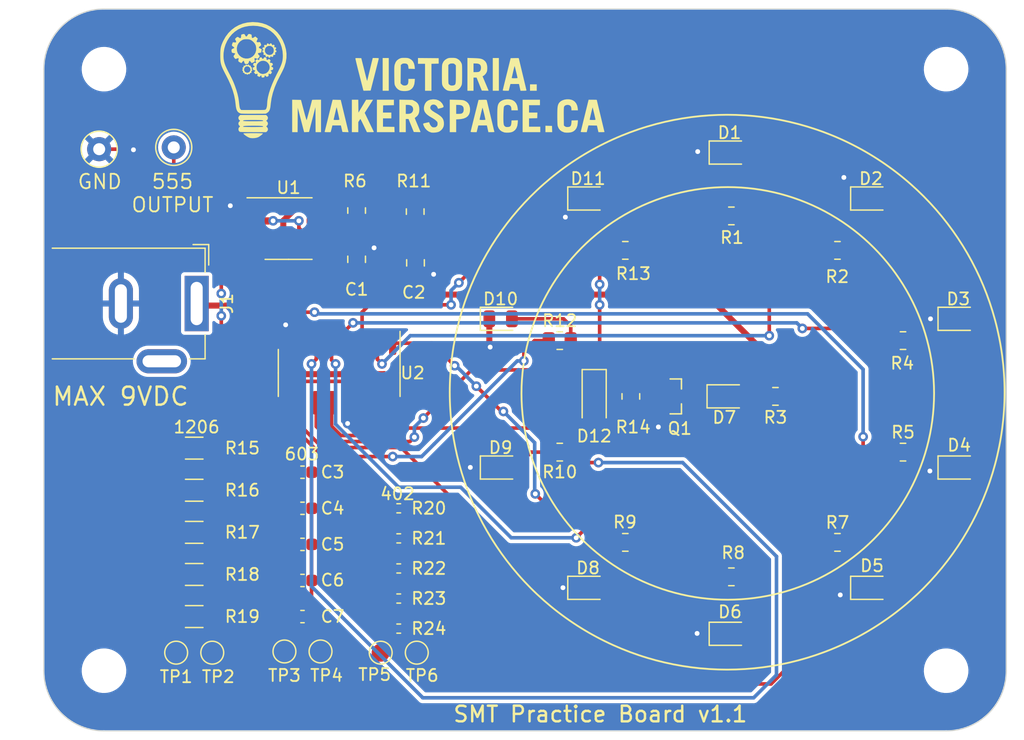
<source format=kicad_pcb>
(kicad_pcb (version 20221018) (generator pcbnew)
  (layers (0 "F.Cu" signal) (31 "B.Cu" power) (34 "B.Paste" user) (35 "F.Paste" user) (36 "B.SilkS" user "B.Silkscreen") (37 "F.SilkS" user "F.Silkscreen") (38 "B.Mask" user) (39 "F.Mask" user) (44 "Edge.Cuts" user))
  (net 0 "")
  (net 1 "Net-(U1-CV)")
  (net 2 "GND")
  (net 3 "Net-(U1-THR)")
  (net 4 "Net-(D1-A)")
  (net 5 "Net-(D2-A)")
  (net 6 "Net-(D3-A)")
  (net 7 "Net-(D4-A)")
  (net 8 "Net-(D5-A)")
  (net 9 "Net-(D6-A)")
  (net 10 "Net-(D7-K)")
  (net 11 "Net-(D7-A)")
  (net 12 "Net-(D8-A)")
  (net 13 "Net-(D9-A)")
  (net 14 "Net-(D10-A)")
  (net 15 "VDD")
  (net 16 "Net-(D11-A)")
  (net 17 "Net-(D12-K)")
  (net 18 "Net-(D12-A)")
  (net 19 "Net-(Q1-Pad1)")
  (net 20 "Net-(U2-Q0)")
  (net 21 "Net-(U2-Q1)")
  (net 22 "Net-(U2-Q2)")
  (net 23 "Net-(U2-Q3)")
  (net 24 "Net-(U1-DIS)")
  (net 25 "Net-(U2-Q4)")
  (net 26 "Net-(R15-Pad1)")
  (net 27 "Net-(R15-Pad2)")
  (net 28 "Net-(R16-Pad2)")
  (net 29 "Net-(R17-Pad2)")
  (net 30 "Net-(R18-Pad2)")
  (net 31 "Net-(R20-Pad1)")
  (net 32 "Net-(R20-Pad2)")
  (net 33 "Net-(R21-Pad2)")
  (net 34 "Net-(R22-Pad2)")
  (net 35 "Net-(R23-Pad2)")
  (net 36 "/Output_555")
  (net 37 "Net-(C3-Pad1)")
  (net 38 "Net-(C3-Pad2)")
  (net 39 "Net-(U2-Q5)")
  (net 40 "Net-(R19-Pad2)")
  (net 41 "Net-(R24-Pad2)")
  (net 42 "Net-(U2-Q6)")
  (net 43 "Net-(U2-Q7)")
  (net 44 "Net-(U2-Q8)")
  (net 45 "Net-(U2-Q9)")
  (footprint "LED_SMD:LED_0805_2012Metric" (layer "F.Cu") (at 118.969125 69.75)
    (fp_text reference "D10")
    (fp_text value "LED")
  )
  (footprint "LED_SMD:LED_0805_2012Metric" (layer "F.Cu") (at 137.990256 95.93034)
    (fp_text reference "D6")
    (fp_text value "LED")
  )
  (footprint "Connector_BarrelJack:BarrelJack_GCT_DCJ200-10-A_Horizontal" (layer "F.Cu") (at 93.705 68.479 -90)
    (fp_text reference "J1")
    (fp_text value "Barrel_Jack_Switch")
  )
  (footprint "Resistor_SMD:R_0805_2012Metric" (layer "F.Cu") (at 141.8125 76.196823)
    (fp_text reference "R3")
    (fp_text value "330")
  )
  (footprint "Capacitor_SMD:C_0603_1608Metric" (layer "F.Cu") (at 102.5 88.5)
    (fp_text reference "C5")
    (fp_text value "100n")
  )
  (footprint "Fiducial:Fiducial_1.5mm_Mask3mm" (layer "F.Cu") (at 149.5 100)
    (fp_text reference "FID2")
    (fp_text value "Fiducial")
  )
  (footprint "LED_SMD:LED_0805_2012Metric" (layer "F.Cu") (at 118.969125 82.110679)
    (fp_text reference "D9")
    (fp_text value "LED")
  )
  (footprint "TestPoint:TestPoint_Pad_D1.5mm" (layer "F.Cu") (at 112 97.5 90)
    (fp_text reference "TP6")
    (fp_text value "TestPoint")
  )
  (footprint "MountingHole:MountingHole_3.2mm_M3" (layer "F.Cu") (at 86 99)
    (fp_text reference "H2")
    (fp_text value "MountingHole")
  )
  (footprint "Capacitor_SMD:C_0603_1608Metric" (layer "F.Cu") (at 102.5 85.5)
    (fp_text reference "C4")
    (fp_text value "100n")
  )
  (footprint "Resistor_SMD:R_1206_3216Metric" (layer "F.Cu") (at 93.5 91 180)
    (fp_text reference "R18")
    (fp_text value "1k")
  )
  (footprint "LED_SMD:LED_0805_2012Metric" (layer "F.Cu") (at 157.011386 69.75)
    (fp_text reference "D3")
    (fp_text value "LED")
  )
  (footprint "LED_SMD:LED_0805_2012Metric" (layer "F.Cu") (at 149.745961 92.110679)
    (fp_text reference "D5")
    (fp_text value "LED")
  )
  (footprint "LED_SMD:LED_0805_2012Metric" (layer "F.Cu") (at 137.8125 76.196823)
    (fp_text reference "D7")
    (fp_text value "LED")
  )
  (footprint "Resistor_SMD:R_0805_2012Metric" (layer "F.Cu") (at 146.966778 88.332077)
    (fp_text reference "R7")
    (fp_text value "330")
  )
  (footprint "LED_SMD:LED_0805_2012Metric" (layer "F.Cu") (at 126.23455 92.110679)
    (fp_text reference "D8")
    (fp_text value "LED")
  )
  (footprint "Resistor_SMD:R_0402_1005Metric" (layer "F.Cu") (at 110.5 90.5)
    (fp_text reference "R22")
    (fp_text value "1k")
  )
  (footprint "Resistor_SMD:R_0805_2012Metric" (layer "F.Cu") (at 152.415847 71.561568)
    (fp_text reference "R4")
    (fp_text value "330")
  )
  (footprint "MountingHole:MountingHole_3.2mm_M3" (layer "F.Cu") (at 156 99)
    (fp_text reference "H3")
    (fp_text value "MountingHole")
  )
  (footprint "TestPoint:TestPoint_Pad_D1.5mm" (layer "F.Cu") (at 92 97.5 90)
    (fp_text reference "TP1")
    (fp_text value "TestPoint")
  )
  (footprint "TestPoint:TestPoint_Loop_D1.80mm_Drill1.0mm_Beaded" (layer "F.Cu") (at 85.6 55.65)
    (fp_text reference "TP8")
    (fp_text value "TestPoint")
  )
  (footprint "TestPoint:TestPoint_Loop_D1.80mm_Drill1.0mm_Beaded" (layer "F.Cu") (at 91.8 55.5)
    (fp_text reference "TP7")
    (fp_text value "TestPoint")
  )
  (footprint "Resistor_SMD:R_1206_3216Metric" (layer "F.Cu") (at 93.5 87.5)
    (fp_text reference "R17")
    (fp_text value "1k")
  )
  (footprint "Resistor_SMD:R_0805_2012Metric" (layer "F.Cu") (at 111.868375 60.8375 90)
    (fp_text reference "R11")
    (fp_text value "2M0")
  )
  (footprint "Resistor_SMD:R_0805_2012Metric" (layer "F.Cu") (at 123.884152 71.561568)
    (fp_text reference "R12")
    (fp_text value "330")
  )
  (footprint "LED_SMD:LED_0805_2012Metric" (layer "F.Cu") (at 126.23455 59.75)
    (fp_text reference "D11")
    (fp_text value "LED")
  )
  (footprint "Resistor_SMD:R_0805_2012Metric" (layer "F.Cu") (at 129.794 76.2 -90)
    (fp_text reference "R14")
    (fp_text value "10k")
  )
  (footprint "TestPoint:TestPoint_Pad_D1.5mm" (layer "F.Cu") (at 109 97.5 90)
    (fp_text reference "TP5")
    (fp_text value "TestPoint")
  )
  (footprint "Resistor_SMD:R_0402_1005Metric" (layer "F.Cu") (at 110.5 85.5)
    (fp_text reference "R20")
    (fp_text value "1k")
  )
  (footprint "MountingHole:MountingHole_3.2mm_M3" (layer "F.Cu") (at 86 49)
    (fp_text reference "H1")
    (fp_text value "MountingHole")
  )
  (footprint "Resistor_SMD:R_1206_3216Metric" (layer "F.Cu") (at 93.5 84 180)
    (fp_text reference "R16")
    (fp_text value "1k")
  )
  (footprint "Resistor_SMD:R_0805_2012Metric" (layer "F.Cu") (at 138.15 61.196823)
    (fp_text reference "R1")
    (fp_text value "330")
  )
  (footprint "Capacitor_SMD:C_0805_2012Metric" (layer "F.Cu") (at 107 64.803177 90)
    (fp_text reference "C1")
    (fp_text value "100n")
  )
  (footprint "LED_SMD:LED_0805_2012Metric" (layer "F.Cu") (at 157.011386 82.110679)
    (fp_text reference "D4")
    (fp_text value "LED")
  )
  (footprint "SS8050-G:TRANS_SS8050-G" (layer "F.Cu") (at 133.35 76.2)
    (fp_text reference "Q1")
    (fp_text value "SS8050-G")
  )
  (footprint "Resistor_SMD:R_0805_2012Metric" (layer "F.Cu") (at 123.884152 80.832077 180)
    (fp_text reference "R10")
    (fp_text value "330")
  )
  (footprint "Fiducial:Fiducial_1.5mm_Mask3mm" (layer "F.Cu") (at 91.95 48.35)
    (fp_text reference "FID1")
    (fp_text value "Fiducial")
  )
  (footprint "Capacitor_SMD:C_0603_1608Metric" (layer "F.Cu") (at 102.5 91.5)
    (fp_text reference "C6")
    (fp_text value "100n")
  )
  (footprint "Resistor_SMD:R_0402_1005Metric" (layer "F.Cu") (at 110.5 88 180)
    (fp_text reference "R21")
    (fp_text value "1k")
  )
  (footprint "Resistor_SMD:R_0805_2012Metric" (layer "F.Cu") (at 138.15 91.196823 180)
    (fp_text reference "R8")
    (fp_text value "330")
  )
  (footprint "LED_SMD:LED_0805_2012Metric" (layer "F.Cu") (at 149.745961 59.75)
    (fp_text reference "D2")
    (fp_text value "LED")
  )
  (footprint "TestPoint:TestPoint_Pad_D1.5mm" (layer "F.Cu") (at 104 97.4 90)
    (fp_text reference "TP4")
    (fp_text value "TestPoint")
  )
  (footprint "Resistor_SMD:R_0805_2012Metric" (layer "F.Cu") (at 107 60.75 90)
    (fp_text reference "R6")
    (fp_text value "10k")
  )
  (footprint "Package_SO:SOIC-8_3.9x4.9mm_P1.27mm" (layer "F.Cu") (at 101.343375 62.25)
    (fp_text reference "U1")
    (fp_text value "NE555D")
  )
  (footprint "Resistor_SMD:R_1206_3216Metric" (layer "F.Cu") (at 93.5 80.5)
    (fp_text reference "R15")
    (fp_text value "1k")
  )
  (footprint "MountingHole:MountingHole_3.2mm_M3" (layer "F.Cu") (at 156 49)
    (fp_text reference "H4")
    (fp_text value "MountingHole")
  )
  (footprint "Resistor_SMD:R_0805_2012Metric" (layer "F.Cu") (at 129.333221 88.332077 180)
    (fp_text reference "R9")
    (fp_text value "330")
  )
  (footprint "Package_SO:SOIC-16_3.9x9.9mm_P1.27mm" (layer "F.Cu") (at 105.55 74.25 -90)
    (fp_text reference "U2")
    (fp_text value "4017")
  )
  (footprint "Resistor_SMD:R_0402_1005Metric" (layer "F.Cu") (at 110.5 93 180)
    (fp_text reference "R23")
    (fp_text value "1k")
  )
  (footprint "Resistor_SMD:R_0805_2012Metric" (layer "F.Cu") (at 152.415847 80.832077)
    (fp_text reference "R5")
    (fp_text value "330")
  )
  (footprint "Capacitor_SMD:C_0603_1608Metric" (layer "F.Cu") (at 102.5 82.5)
    (fp_text reference "C3")
    (fp_text value "100n")
  )
  (footprint "Resistor_SMD:R_1206_3216Metric" (layer "F.Cu") (at 93.5 94.5)
    (fp_text reference "R19")
    (fp_text value "1k")
  )
  (footprint "TestPoint:TestPoint_Pad_D1.5mm" (layer "F.Cu") (at 101 97.4 90)
    (fp_text reference "TP3")
    (fp_text value "TestPoint")
  )
  (footprint "TestPoint:TestPoint_Pad_D1.5mm" (layer "F.Cu") (at 95 97.5 90)
    (fp_text reference "TP2")
    (fp_text value "TestPoint")
  )
  (footprint "Resistor_SMD:R_0805_2012Metric" (layer "F.Cu") (at 146.966778 64.061568)
    (fp_text reference "R2")
    (fp_text value "330")
  )
  (footprint "LED_SMD:LED_0805_2012Metric" (layer "F.Cu") (at 137.990256 55.93034)
    (fp_text reference "D1")
    (fp_text value "LED")
  )
  (footprint "Capacitor_SMD:C_0603_1608Metric" (layer "F.Cu") (at 102.5 94.5)
    (fp_text reference "C7")
    (fp_text value "100n")
  )
  (footprint "Resistor_SMD:R_0402_1005Metric" (layer "F.Cu") (at 110.5 95.5)
    (fp_text reference "R24")
    (fp_text value "1k")
  )
  (footprint "Capacitor_SMD:C_0805_2012Metric" (layer "F.Cu") (at 111.893375 65.098752 -90)
    (fp_text reference "C2")
    (fp_text value "100n")
  )
  (footprint "Diode_SMD:D_SOD-123" (layer "F.Cu") (at 126.746 76.327 -90)
    (fp_text reference "D12")
    (fp_text value "1N4148")
  )
  (footprint "LOGO" (layer "F.Cu") (at 111.61966 49.726391)
    (fp_text reference "G***" hide)
    (fp_text value "LOGO" hide)
  )
  (footprint "Resistor_SMD:R_0805_2012Metric" (layer "F.Cu") (at 129.333221 64.061568)
    (fp_text reference "R13")
    (fp_text value "330")
  )
  (gr_circle (center 137.8 75.85) (end 152.15 93.9) (stroke (width 0.15)) (fill none) (layer "F.SilkS"))
  (gr_circle (center 137.85 75.95) (end 149.9 88.15) (stroke (width 0.15)) (fill none) (layer "F.SilkS"))
  (gr_arc (start 81 49) (mid 82.464466 45.464466) (end 86 44) (stroke (width 0.1)) (layer "Edge.Cuts"))
  (gr_arc (start 156 44) (mid 159.535534 45.464466) (end 161 49) (stroke (width 0.1)) (layer "Edge.Cuts"))
  (gr_line (start 161 49) (end 161 99) (stroke (width 0.1)) (layer "Edge.Cuts"))
  (gr_line (start 156 104) (end 86 104) (stroke (width 0.1)) (layer "Edge.Cuts"))
  (gr_arc (start 161 99) (mid 159.535534 102.535534) (end 156 104) (stroke (width 0.1)) (layer "Edge.Cuts"))
  (gr_arc (start 86 104) (mid 82.464466 102.535534) (end 81 99) (stroke (width 0.1)) (layer "Edge.Cuts"))
  (gr_line (start 81 49) (end 81 99) (stroke (width 0.1)) (layer "Edge.Cuts"))
  (gr_line (start 86 44) (end 156 44) (stroke (width 0.1)) (layer "Edge.Cuts"))
  (gr_text "402" (at 110.4 84.3) (layer "F.SilkS") (effects (font (size 1 1))))
  (gr_text "1206" (at 93.7 78.75) (layer "F.SilkS") (effects (font (size 1 1))))
  (gr_text "MAX 9VDC" (at 87.376 76.2) (layer "F.SilkS") (effects (font (size 1.5 1.5) (thickness 0.2))))
  (gr_text "SMT Practice Board v1.1" (at 127.254 102.616) (layer "F.SilkS") (effects (font (size 1.3 1.3) (thickness 0.2))))
  (gr_text "555\nOUTPUT" (at 91.694 59.309) (layer "F.SilkS") (effects (font (size 1.2 1.2))))
  (gr_text "GND" (at 85.65 58.35) (layer "F.SilkS") (effects (font (size 1.2 1.2))))
  (gr_text "603" (at 102.45 81) (layer "F.SilkS") (effects (font (size 1 1))))
  (segment (start 103.818375 64.155) (end 104.605 64.155) (width 0.3) (layer "F.Cu") (net 1))
  (segment (start 106.203177 65.753177) (end 107 65.753177) (width 0.3) (layer "F.Cu") (net 1))
  (segment (start 104.605 64.155) (end 106.203177 65.753177) (width 0.3) (layer "F.Cu") (net 1))
  (segment (start 108.725 76.725) (end 108.725 78.625) (width 0.3) (layer "F.Cu") (net 2))
  (segment (start 124.35 61.3) (end 124.35 60.69705) (width 0.5) (layer "F.Cu") (net 2))
  (segment (start 147.5 58.441539) (end 148.808461 59.75) (width 0.5) (layer "F.Cu") (net 2))
  (segment (start 137.052756 55.93034) (end 135.43034 55.93034) (width 0.5) (layer "F.Cu") (net 2))
  (segment (start 124.35 60.69705) (end 125.29705 59.75) (width 0.5) (layer "F.Cu") (net 2))
  (segment (start 116.460679 82.110679) (end 116.45 82.1) (width 0.5) (layer "F.Cu") (net 2))
  (segment (start 106.425 78.625) (end 106.25 78.45) (width 0.3) (layer "F.Cu") (net 2))
  (segment (start 148.808461 92.110679) (end 147.789321 92.110679) (width 0.5) (layer "F.Cu") (net 2))
  (segment (start 156.073886 69.75) (end 154.7 69.75) (width 0.5) (layer "F.Cu") (net 2))
  (segment (start 156.073886 82.110679) (end 154.939321 82.110679) (width 0.5) (layer "F.Cu") (net 2))
  (segment (start 118.031625 69.75) (end 118.031625 72.031625) (width 0.5) (layer "F.Cu") (net 2))
  (segment (start 96.505 60.345) (end 96.5 60.35) (width 0.5) (layer "F.Cu") (net 2))
  (segment (start 107 63.853177) (end 108.446823 63.853177) (width 0.5) (layer "F.Cu") (net 2))
  (segment (start 88.4 55.65) (end 88.45 55.7) (width 0.3) (layer "F.Cu") (net 2))
  (segment (start 135.43034 55.93034) (end 135.35 55.85) (width 0.5) (layer "F.Cu") (net 2))
  (segment (start 106.185 76.725) (end 106.185 78.385) (width 0.3) (layer "F.Cu") (net 2))
  (segment (start 135.33034 95.93034) (end 135.3 95.9) (width 0.3) (layer "F.Cu") (net 2))
  (segment (start 147.789321 92.110679) (end 147.2 92.7) (width 0.5) (layer "F.Cu") (net 2))
  (segment (start 147.5 58) (end 147.5 58.441539) (width 0.5) (layer "F.Cu") (net 2))
  (segment (start 85.6 55.65) (end 88.4 55.65) (width 0.3) (layer "F.Cu") (net 2))
  (segment (start 113.398752 66.048752) (end 113.4 66.05) (width 0.5) (layer "F.Cu") (net 2))
  (segment (start 132.34 77.15) (end 132.34 78.48) (width 0.25) (layer "F.Cu") (net 2))
  (segment (start 132.34 78.48) (end 132.08 78.74) (width 0.25) (layer "F.Cu") (net 2))
  (segment (start 137.052756 95.93034) (end 135.33034 95.93034) (width 0.3) (layer "F.Cu") (net 2))
  (segment (start 154.939321 82.110679) (end 154.65 82.4) (width 0.5) (layer "F.Cu") (net 2))
  (segment (start 98.868375 60.345) (end 96.505 60.345) (width 0.5) (layer "F.Cu") (net 2))
  (segment (start 101.105 70.255) (end 101.1 70.25) (width 0.5) (layer "F.Cu") (net 2))
  (segment (start 124.160679 92.110679) (end 124.15 92.1) (width 0.25) (layer "F.Cu") (net 2))
  (segment (start 108.725 78.625) (end 106.425 78.625) (width 0.3) (layer "F.Cu") (net 2))
  (segment (start 118.031625 82.110679) (end 116.460679 82.110679) (width 0.5) (layer "F.Cu") (net 2))
  (segment (start 125.29705 92.110679) (end 124.160679 92.110679) (width 0.25) (layer "F.Cu") (net 2))
  (segment (start 108.446823 63.853177) (end 108.45 63.85) (width 0.5) (layer "F.Cu") (net 2))
  (segment (start 111.893375 66.048752) (end 113.398752 66.048752) (width 0.5) (layer "F.Cu") (net 2))
  (segment (start 118.031625 72.031625) (end 118.1 72.1) (width 0.5) (layer "F.Cu") (net 2))
  (segment (start 106.185 78.385) (end 106.25 78.45) (width 0.3) (layer "F.Cu") (net 2))
  (segment (start 101.105 71.775) (end 101.105 70.255) (width 0.5) (layer "F.Cu") (net 2))
  (via (at 154.65 82.4) (size 0.8) (drill 0.4) (layers "F.Cu" "B.Cu") (net 2))
  (via (at 147.2 92.7) (size 0.8) (drill 0.4) (layers "F.Cu" "B.Cu") (net 2))
  (via (at 124.35 61.3) (size 0.8) (drill 0.4) (layers "F.Cu" "B.Cu") (net 2))
  (via (at 154.7 69.75) (size 0.8) (drill 0.4) (layers "F.Cu" "B.Cu") (net 2))
  (via (at 113.4 66.05) (size 0.8) (drill 0.4) (layers "F.Cu" "B.Cu") (net 2))
  (via (at 135.3 95.9) (size 0.8) (drill 0.4) (layers "F.Cu" "B.Cu") (net 2))
  (via (at 124.15 92.1) (size 0.8) (drill 0.4) (layers "F.Cu" "B.Cu") (net 2))
  (via (at 132.08 78.74) (size 0.8) (drill 0.4) (layers "F.Cu" "B.Cu") (net 2))
  (via (at 135.35 55.85) (size 0.8) (drill 0.4) (layers "F.Cu" "B.Cu") (net 2))
  (via (at 147.5 58) (size 0.8) (drill 0.4) (layers "F.Cu" "B.Cu") (net 2))
  (via (at 101.1 70.25) (size 0.8) (drill 0.4) (layers "F.Cu" "B.Cu") (net 2))
  (via (at 106.25 78.45) (size 0.8) (drill 0.4) (layers "F.Cu" "B.Cu") (net 2))
  (via (at 116.45 82.1) (size 0.8) (drill 0.4) (layers "F.Cu" "B.Cu") (net 2))
  (via (at 88.45 55.7) (size 0.8) (drill 0.4) (layers "F.Cu" "B.Cu") (net 2))
  (via (at 118.1 72.1) (size 0.8) (drill 0.4) (layers "F.Cu" "B.Cu") (net 2))
  (via (at 96.5 60.35) (size 0.8) (drill 0.4) (layers "F.Cu" "B.Cu") (net 2))
  (via (at 108.45 63.85) (size 0.8) (drill 0.4) (layers "F.Cu" "B.Cu") (net 2))
  (segment (start 102.885 62.885) (end 103.818375 62.885) (width 0.3) (layer "F.Cu") (net 3))
  (segment (start 109.85 62.65) (end 109.9 62.7) (width 0.3) (layer "F.Cu") (net 3))
  (segment (start 105.565 62.885) (end 105.8 62.65) (width 0.3) (layer "F.Cu") (net 3))
  (segment (start 111.868375 61.75) (end 111.868375 64.123752) (width 0.3) (layer "F.Cu") (net 3))
  (segment (start 110.9 61.75) (end 111.868375 61.75) (width 0.3) (layer "F.Cu") (net 3))
  (segment (start 103.818375 62.885) (end 105.565 62.885) (width 0.3) (layer "F.Cu") (net 3))
  (segment (start 109.9 62.7) (end 109.95 62.7) (width 0.3) (layer "F.Cu") (net 3))
  (segment (start 102.2 62.2) (end 102.885 62.885) (width 0.3) (layer "F.Cu") (net 3))
  (segment (start 105.8 62.65) (end 109.85 62.65) (width 0.3) (layer "F.Cu") (net 3))
  (segment (start 109.95 62.7) (end 110.9 61.75) (width 0.3) (layer "F.Cu") (net 3))
  (segment (start 111.868375 64.123752) (end 111.893375 64.148752) (width 0.3) (layer "F.Cu") (net 3))
  (segment (start 100.042579 61.615) (end 100.0555 61.602079) (width 0.3) (layer "F.Cu") (net 3))
  (segment (start 98.868375 61.615) (end 100.042579 61.615) (width 0.3) (layer "F.Cu") (net 3))
  (segment (start 102.2 61.6) (end 102.2 62.2) (width 0.3) (layer "F.Cu") (net 3))
  (via (at 100.0555 61.602079) (size 0.8) (drill 0.4) (layers "F.Cu" "B.Cu") (net 3))
  (via (at 102.2 61.6) (size 0.8) (drill 0.4) (layers "F.Cu" "B.Cu") (net 3))
  (segment (start 102.197921 61.602079) (end 102.2 61.6) (width 0.3) (layer "B.Cu") (net 3))
  (segment (start 100.0555 61.602079) (end 102.197921 61.602079) (width 0.3) (layer "B.Cu") (net 3))
  (segment (start 138.927756 55.93034) (end 139.83034 55.93034) (width 0.3) (layer "F.Cu") (net 4))
  (segment (start 139.83034 55.93034) (end 140.65 56.75) (width 0.3) (layer "F.Cu") (net 4))
  (segment (start 140.65 60.4) (end 139.853177 61.196823) (width 0.3) (layer "F.Cu") (net 4))
  (segment (start 140.65 56.75) (end 140.65 60.4) (width 0.3) (layer "F.Cu") (net 4))
  (segment (start 139.853177 61.196823) (end 139.0625 61.196823) (width 0.3) (layer "F.Cu") (net 4))
  (segment (start 149.9 65.15) (end 148.257084 65.15) (width 0.3) (layer "F.Cu") (net 5))
  (segment (start 151.85 61.55) (end 151.85 63.2) (width 0.3) (layer "F.Cu") (net 5))
  (segment (start 151.85 63.2) (end 149.9 65.15) (width 0.3) (layer "F.Cu") (net 5))
  (segment (start 150.683461 60.383461) (end 150.683461 59.75) (width 0.3) (layer "F.Cu") (net 5))
  (segment (start 148.257084 65.15) (end 147.705006 64.597922) (width 0.3) (layer "F.Cu") (net 5))
  (segment (start 151.85 61.55) (end 150.683461 60.383461) (width 0.3) (layer "F.Cu") (net 5))
  (segment (start 156.738432 71.561568) (end 157.948886 70.351114) (width 0.3) (layer "F.Cu") (net 6))
  (segment (start 153.328347 71.561568) (end 156.738432 71.561568) (width 0.3) (layer "F.Cu") (net 6))
  (segment (start 157.948886 70.351114) (end 157.948886 69.75) (width 0.3) (layer "F.Cu") (net 6))
  (segment (start 157.3 80.75) (end 157.948886 81.398886) (width 0.3) (layer "F.Cu") (net 7))
  (segment (start 157.217923 80.832077) (end 157.3 80.75) (width 0.3) (layer "F.Cu") (net 7))
  (segment (start 153.328347 80.832077) (end 157.217923 80.832077) (width 0.3) (layer "F.Cu") (net 7))
  (segment (start 157.948886 81.398886) (end 157.948886 82.110679) (width 0.3) (layer "F.Cu") (net 7))
  (segment (start 150.683461 89.983461) (end 150.683461 92.110679) (width 0.3) (layer "F.Cu") (net 8))
  (segment (start 147.879278 88.332077) (end 149.032077 88.332077) (width 0.3) (layer "F.Cu") (net 8))
  (segment (start 149.032077 88.332077) (end 150.683461 89.983461) (width 0.3) (layer "F.Cu") (net 8))
  (segment (start 137.2375 92.9375) (end 137.2375 91.196823) (width 0.3) (layer "F.Cu") (net 9))
  (segment (start 138.927756 94.627756) (end 137.2375 92.9375) (width 0.3) (layer "F.Cu") (net 9))
  (segment (start 138.927756 95.93034) (end 138.927756 94.627756) (width 0.3) (layer "F.Cu") (net 9))
  (segment (start 136.871823 76.2) (end 134.36 76.2) (width 0.25) (layer "F.Cu") (net 10))
  (segment (start 136.875 76.196823) (end 136.871823 76.2) (width 0.25) (layer "F.Cu") (net 10))
  (segment (start 138.75 76.196823) (end 140.9 76.196823) (width 0.3) (layer "F.Cu") (net 11))
  (segment (start 127.17205 89.12795) (end 127.17205 92.110679) (width 0.3) (layer "F.Cu") (net 12))
  (segment (start 127.967923 88.332077) (end 127.17205 89.12795) (width 0.3) (layer "F.Cu") (net 12))
  (segment (start 128.420721 88.332077) (end 127.967923 88.332077) (width 0.3) (layer "F.Cu") (net 12))
  (segment (start 120.239321 82.110679) (end 121.517923 80.832077) (width 0.3) (layer "F.Cu") (net 13))
  (segment (start 121.517923 80.832077) (end 122.971652 80.832077) (width 0.3) (layer "F.Cu") (net 13))
  (segment (start 119.906625 82.110679) (end 120.239321 82.110679) (width 0.3) (layer "F.Cu") (net 13))
  (segment (start 124.2 69.75) (end 124.796652 70.346652) (width 0.3) (layer "F.Cu") (net 14))
  (segment (start 119.906625 69.75) (end 124.2 69.75) (width 0.3) (layer "F.Cu") (net 14))
  (segment (start 124.796652 70.346652) (end 124.796652 71.561568) (width 0.3) (layer "F.Cu") (net 14))
  (segment (start 98.195 67.805) (end 96.8 69.2) (width 0.5) (layer "F.Cu") (net 15))
  (segment (start 103.818375 60.345) (end 105.155 60.345) (width 0.5) (layer "F.Cu") (net 15))
  (segment (start 105.7 59.8) (end 106.9625 59.8) (width 0.5) (layer "F.Cu") (net 15))
  (segment (start 109.995 75.045) (end 109.995 76.725) (width 0.5) (layer "F.Cu") (net 15))
  (segment (start 102.155 60.345) (end 103.818375 60.345) (width 0.5) (layer "F.Cu") (net 15))
  (segment (start 98.45 74.35) (end 109.3 74.35) (width 0.5) (layer "F.Cu") (net 15))
  (segment (start 103.818375 67.805) (end 106.555 67.805) (width 0.5) (layer "F.Cu") (net 15))
  (segment (start 103.818375 67.805) (end 98.195 67.805) (width 0.5) (layer "F.Cu") (net 15))
  (segment (start 142.725 74.375) (end 142.725 76.196823) (width 0.5) (layer "F.Cu") (net 15))
  (segment (start 93.85 68.65) (end 96.25 68.65) (width 0.5) (layer "F.Cu") (net 15))
  (segment (start 100.905 64.155) (end 100.905 61.595) (width 0.5) (layer "F.Cu") (net 15))
  (segment (start 106.9625 59.8) (end 107 59.8375) (width 0.5) (layer "F.Cu") (net 15))
  (segment (start 100.905 64.155) (end 103.818375 67.068375) (width 0.5) (layer "F.Cu") (net 15))
  (segment (start 98.868375 64.155) (end 100.905 64.155) (width 0.5) (layer "F.Cu") (net 15))
  (segment (start 96.25 68.65) (end 96.8 69.2) (width 0.5) (layer "F.Cu") (net 15))
  (segment (start 96.8 72.7) (end 98.45 74.35) (width 0.5) (layer "F.Cu") (net 15))
  (segment (start 100.905 61.595) (end 102.155 60.345) (width 0.5) (layer "F.Cu") (net 15))
  (segment (start 136.086981 67.736981) (end 142.725 74.375) (width 0.5) (layer "F.Cu") (net 15))
  (segment (start 105.155 60.345) (end 105.7 59.8) (width 0.5) (layer "F.Cu") (net 15))
  (segment (start 109.3 74.35) (end 109.995 75.045) (width 0.5) (layer "F.Cu") (net 15))
  (segment (start 103.818375 67.068375) (end 103.818375 67.805) (width 0.5) (layer "F.Cu") (net 15))
  (segment (start 96.8 69.2) (end 96.8 72.7) (width 0.5) (layer "F.Cu") (net 15))
  (segment (start 106.623019 67.736981) (end 136.086981 67.736981) (width 0.5) (layer "F.Cu") (net 15))
  (segment (start 106.555 67.805) (end 106.623019 67.736981) (width 0.5) (layer "F.Cu") (net 15))
  (segment (start 126.993003 59.198951) (end 127.341954 58.85) (width 0.3) (layer "F.Cu") (net 16))
  (segment (start 130.071449 60.521449) (end 130.071449 63.525214) (width 0.3) (layer "F.Cu") (net 16))
  (segment (start 127.341954 58.85) (end 128.4 58.85) (width 0.3) (layer "F.Cu") (net 16))
  (segment (start 128.4 58.85) (end 130.071449 60.521449) (width 0.3) (layer "F.Cu") (net 16))
  (segment (start 127.938177 73.66) (end 129.565677 75.2875) (width 0.25) (layer "F.Cu") (net 17))
  (segment (start 127.127 73.66) (end 127.938177 73.66) (width 0.25) (layer "F.Cu") (net 17))
  (segment (start 126.746 74.041) (end 127.127 73.66) (width 0.25) (layer "F.Cu") (net 17))
  (segment (start 129.565677 75.2875) (end 129.794 75.2875) (width 0.25) (layer "F.Cu") (net 17))
  (segment (start 126.746 74.677) (end 126.746 74.041) (width 0.25) (layer "F.Cu") (net 17))
  (segment (start 109.225 78.832107) (end 126.526893 78.832107) (width 0.3) (layer "F.Cu") (net 18))
  (segment (start 126.526893 78.832107) (end 126.746 78.613) (width 0.3) (layer "F.Cu") (net 18))
  (segment (start 108.607107 79.45) (end 109.225 78.832107) (width 0.3) (layer "F.Cu") (net 18))
  (segment (start 104.915 76.725) (end 104.915 78.665) (width 0.3) (layer "F.Cu") (net 18))
  (segment (start 126.746 78.613) (end 126.746 77.977) (width 0.3) (layer "F.Cu") (net 18))
  (segment (start 105.7 79.45) (end 108.607107 79.45) (width 0.3) (layer "F.Cu") (net 18))
  (segment (start 104.915 78.665) (end 105.7 79.45) (width 0.3) (layer "F.Cu") (net 18))
  (segment (start 130.4775 77.1125) (end 129.794 77.1125) (width 0.25) (layer "F.Cu") (net 19))
  (segment (start 132.34 75.25) (end 130.4775 77.1125) (width 0.25) (layer "F.Cu") (net 19))
  (segment (start 137.046823 61.196823) (end 137.2375 61.196823) (width 0.3) (layer "F.Cu") (net 20))
  (segment (start 118.65 59.7) (end 121.6 56.75) (width 0.3) (layer "F.Cu") (net 20))
  (segment (start 121.6 56.75) (end 132.6 56.75) (width 0.3) (layer "F.Cu") (net 20))
  (segment (start 107.455 69.195) (end 108.05 68.6) (width 0.3) (layer "F.Cu") (net 20))
  (segment (start 108.05 68.6) (end 108.063519 68.586481) (width 0.3) (layer "F.Cu") (net 20))
  (segment (start 118.65 63.6) (end 118.65 59.7) (width 0.3) (layer "F.Cu") (net 20))
  (segment (start 107.455 71.775) (end 107.455 69.195) (width 0.3) (layer "F.Cu") (net 20))
  (segment (start 115.5 66.75) (end 118.65 63.6) (width 0.3) (layer "F.Cu") (net 20))
  (segment (start 108.063519 68.586481) (end 114.85 68.586481) (width 0.3) (layer "F.Cu") (net 20))
  (segment (start 132.6 56.75) (end 137.046823 61.196823) (width 0.3) (layer "F.Cu") (net 20))
  (via (at 114.85 68.586481) (size 0.8) (drill 0.4) (layers "F.Cu" "B.Cu") (net 20))
  (via (at 115.5 66.75) (size 0.8) (drill 0.4) (layers "F.Cu" "B.Cu") (net 20))
  (segment (start 114.85 68.586481) (end 114.85 67.4) (width 0.3) (layer "B.Cu") (net 20))
  (segment (start 114.85 67.4) (end 115.5 66.75) (width 0.3) (layer "B.Cu") (net 20))
  (segment (start 141.3 66.8) (end 144.7 63.4) (width 0.3) (layer "F.Cu") (net 21))
  (segment (start 141.3 71.15) (end 141.3 66.8) (width 0.3) (layer "F.Cu") (net 21))
  (segment (start 144.7 63.4) (end 146.103336 63.4) (width 0.3) (layer "F.Cu") (net 21))
  (segment (start 108.725 73.116518) (end 109.108982 73.5005) (width 0.3) (layer "F.Cu") (net 21))
  (segment (start 146.103336 63.4) (end 146.22855 63.525214) (width 0.3) (layer "F.Cu") (net 21))
  (segment (start 108.725 71.775) (end 108.725 73.116518) (width 0.3) (layer "F.Cu") (net 21))
  (via (at 109.108982 73.5005) (size 0.8) (drill 0.4) (layers "F.Cu" "B.Cu") (net 21))
  (via (at 141.3 71.15) (size 0.8) (drill 0.4) (layers "F.Cu" "B.Cu") (net 21))
  (segment (start 111.459482 71.15) (end 141.3 71.15) (width 0.3) (layer "B.Cu") (net 21))
  (segment (start 109.108982 73.5005) (end 111.459482 71.15) (width 0.3) (layer "B.Cu") (net 21))
  (segment (start 106.185 70.600981) (end 106.7 70.085981) (width 0.3) (layer "F.Cu") (net 22))
  (segment (start 148.65 70.55) (end 149.661568 71.561568) (width 0.3) (layer "F.Cu") (net 22))
  (segment (start 149.661568 71.561568) (end 151.503347 71.561568) (width 0.3) (layer "F.Cu") (net 22))
  (segment (start 144.05 70.55) (end 148.65 70.55) (width 0.3) (layer "F.Cu") (net 22))
  (segment (start 106.185 71.775) (end 106.185 70.600981) (width 0.3) (layer "F.Cu") (net 22))
  (via (at 106.7 70.085981) (size 0.8) (drill 0.4) (layers "F.Cu" "B.Cu") (net 22))
  (via (at 144.05 70.55) (size 0.8) (drill 0.4) (layers "F.Cu" "B.Cu") (net 22))
  (segment (start 143.585981 70.085981) (end 144.05 70.55) (width 0.3) (layer "B.Cu") (net 22))
  (segment (start 106.7 70.085981) (end 143.585981 70.085981) (width 0.3) (layer "B.Cu") (net 22))
  (segment (start 149.1 79.55) (end 149.1 80.3) (width 0.3) (layer "F.Cu") (net 23))
  (segment (start 102.4 69.5) (end 102.7 69.2) (width 0.3) (layer "F.Cu") (net 23))
  (segment (start 102.4 71.75) (end 102.4 69.5) (width 0.3) (layer "F.Cu") (net 23))
  (segment (start 149.632077 80.832077) (end 151.503347 80.832077) (width 0.3) (layer "F.Cu") (net 23))
  (segment (start 102.375 71.775) (end 102.4 71.75) (width 0.3) (layer "F.Cu") (net 23))
  (segment (start 102.7 69.2) (end 103.5 69.2) (width 0.3) (layer "F.Cu") (net 23))
  (segment (start 149.1 80.3) (end 149.632077 80.832077) (width 0.3) (layer "F.Cu") (net 23))
  (via (at 149.1 79.55) (size 0.8) (drill 0.4) (layers "F.Cu" "B.Cu") (net 23))
  (via (at 103.5 69.2) (size 0.8) (drill 0.4) (layers "F.Cu" "B.Cu") (net 23))
  (segment (start 103.636481 69.336481) (end 144.486481 69.336481) (width 0.3) (layer "B.Cu") (net 23))
  (segment (start 149.1 73.95) (end 149.1 79.2) (width 0.3) (layer "B.Cu") (net 23))
  (segment (start 103.5 69.2) (end 103.636481 69.336481) (width 0.3) (layer "B.Cu") (net 23))
  (segment (start 149.1 79.2) (end 149.1 79.55) (width 0.3) (layer "B.Cu") (net 23))
  (segment (start 144.486481 69.336481) (end 149.1 73.95) (width 0.3) (layer "B.Cu") (net 23))
  (segment (start 109.525 59.925) (end 111.868375 59.925) (width 0.3) (layer "F.Cu") (net 24))
  (segment (start 103.818375 61.615) (end 106.9525 61.615) (width 0.3) (layer "F.Cu") (net 24))
  (segment (start 107.7875 61.6625) (end 109.525 59.925) (width 0.3) (layer "F.Cu") (net 24))
  (segment (start 106.9525 61.615) (end 107 61.6625) (width 0.3) (layer "F.Cu") (net 24))
  (segment (start 107 61.6625) (end 107.7875 61.6625) (width 0.3) (layer "F.Cu") (net 24))
  (segment (start 143.4 98.15) (end 143.4 89.4) (width 0.3) (layer "F.Cu") (net 25))
  (segment (start 144.467923 88.332077) (end 146.054278 88.332077) (width 0.3) (layer "F.Cu") (net 25))
  (segment (start 121.2 97.35) (end 123.95 100.1) (width 0.3) (layer "F.Cu") (net 25))
  (segment (start 104.15 80.45) (end 110.7 80.45) (width 0.3) (layer "F.Cu") (net 25))
  (segment (start 102.375 78.675) (end 104.15 80.45) (width 0.3) (layer "F.Cu") (net 25))
  (segment (start 110.7 80.45) (end 121.2 90.95) (width 0.3) (layer "F.Cu") (net 25))
  (segment (start 102.375 76.725) (end 102.375 78.675) (width 0.3) (layer "F.Cu") (net 25))
  (segment (start 121.2 90.95) (end 121.2 97.35) (width 0.3) (layer "F.Cu") (net 25))
  (segment (start 143.4 89.4) (end 144.467923 88.332077) (width 0.3) (layer "F.Cu") (net 25))
  (segment (start 123.95 100.1) (end 141.45 100.1) (width 0.3) (layer "F.Cu") (net 25))
  (segment (start 141.45 100.1) (end 143.4 98.15) (width 0.3) (layer "F.Cu") (net 25))
  (segment (start 93.5 81.9625) (end 92.0375 80.5) (width 0.3) (layer "F.Cu") (net 26))
  (segment (start 92 97.5) (end 93.5 96) (width 0.3) (layer "F.Cu") (net 26))
  (segment (start 93.5 96) (end 93.5 81.9625) (width 0.3) (layer "F.Cu") (net 26))
  (segment (start 94.9625 84) (end 94.9625 80.5) (width 0.3) (layer "F.Cu") (net 27))
  (segment (start 92.0375 84) (end 92.0375 87.5) (width 0.3) (layer "F.Cu") (net 28))
  (segment (start 94.9625 87.5) (end 94.9625 91) (width 0.3) (layer "F.Cu") (net 29))
  (segment (start 92.0375 91) (end 92.0375 94.5) (width 0.3) (layer "F.Cu") (net 30))
  (segment (start 109.99 85.5) (end 109.5 85.5) (width 0.3) (layer "F.Cu") (net 31))
  (segment (start 109.5 85.5) (end 109 86) (width 0.3) (layer "F.Cu") (net 31))
  (segment (start 109 86) (end 109 97.5) (width 0.3) (layer "F.Cu") (net 31))
  (segment (start 111.01 85.5) (end 111.01 88) (width 0.3) (layer "F.Cu") (net 32))
  (segment (start 109.99 88) (end 109.99 90.5) (width 0.3) (layer "F.Cu") (net 33))
  (segment (start 111.01 90.5) (end 111.01 93) (width 0.3) (layer "F.Cu") (net 34))
  (segment (start 109.99 93) (end 109.99 95.5) (width 0.3) (layer "F.Cu") (net 35))
  (segment (start 107.455 75.655) (end 107.455 76.725) (width 0.3) (layer "F.Cu") (net 36))
  (segment (start 96.635 62.885) (end 96.365 62.885) (width 0.3) (layer "F.Cu") (net 36))
  (segment (start 91.8 59.45) (end 91.8 55.5) (width 0.3) (layer "F.Cu") (net 36))
  (segment (start 96.1 72.848528) (end 96.098528 72.848528) (width 0.3) (layer "F.Cu") (net 36))
  (segment (start 95.75 63.675) (end 95.75 63.4) (width 0.3) (layer "F.Cu") (net 36))
  (segment (start 96.1 72.848528) (end 98.201472 74.95) (width 0.3) (layer "F.Cu") (net 36))
  (segment (start 95.75 63.5) (end 96.365 62.885) (width 0.3) (layer "F.Cu") (net 36))
  (segment (start 98.201472 74.95) (end 106.75 74.95) (width 0.3) (layer "F.Cu") (net 36))
  (segment (start 95.75 63.4) (end 91.8 59.45) (width 0.3) (layer "F.Cu") (net 36))
  (segment (start 96.098528 72.848528) (end 95.775 72.525) (width 0.3) (layer "F.Cu") (net 36))
  (segment (start 98.868375 62.885) (end 96.635 62.885) (width 0.3) (layer "F.Cu") (net 36))
  (segment (start 95.775 72.525) (end 95.75 72.5) (width 0.3) (layer "F.Cu") (net 36))
  (segment (start 95.75 67.65) (end 95.75 63.675) (width 0.3) (layer "F.Cu") (net 36))
  (segment (start 95.75 72.5) (end 95.75 69.4995) (width 0.3) (layer "F.Cu") (net 36))
  (segment (start 106.75 74.95) (end 107.455 75.655) (width 0.3) (layer "F.Cu") (net 36))
  (segment (start 95.75 63.675) (end 95.75 63.5) (width 0.3) (layer "F.Cu") (net 36))
  (via (at 95.75 67.65) (size 0.8) (drill 0.4) (layers "F.Cu" "B.Cu") (net 36))
  (via (at 95.75 69.4995) (size 0.8) (drill 0.4) (layers "F.Cu" "B.Cu") (net 36))
  (segment (start 95.75 69.4995) (end 95.75 67.65) (width 0.3) (layer "B.Cu") (net 36))
  (segment (start 101.75 96.65) (end 101 97.4) (width 0.3) (layer "F.Cu") (net 37))
  (segment (start 101.725 95.725) (end 101.75 95.75) (width 0.3) (layer "F.Cu") (net 37))
  (segment (start 101.725 82.5) (end 101.725 95.725) (width 0.3) (layer "F.Cu") (net 37))
  (segment (start 101.75 95.75) (end 101.75 96.65) (width 0.3) (layer "F.Cu") (net 37))
  (segment (start 103.25 82.525) (end 103.275 82.5) (width 0.3) (layer "F.Cu") (net 38))
  (segment (start 103.25 96.65) (end 103.25 82.525) (width 0.3) (layer "F.Cu") (net 38))
  (segment (start 104 97.4) (end 103.25 96.65) (width 0.3) (layer "F.Cu") (net 38))
  (segment (start 139.0625 89.4125) (end 139.0625 91.196823) (width 0.3) (layer "F.Cu") (net 39))
  (segment (start 109.995 71.775) (end 113.275 71.775) (width 0.3) (layer "F.Cu") (net 39))
  (segment (start 135 85.35) (end 139.0625 89.4125) (width 0.3) (layer "F.Cu") (net 39))
  (segment (start 119.05 77.45) (end 119.2 77.45) (width 0.3) (layer "F.Cu") (net 39))
  (segment (start 116.95 75.35) (end 119.05 77.45) (width 0.3) (layer "F.Cu") (net 39))
  (segment (start 122.9 85.35) (end 135 85.35) (width 0.3) (layer "F.Cu") (net 39))
  (segment (start 113.275 71.775) (end 115.15 73.65) (width 0.3) (layer "F.Cu") (net 39))
  (segment (start 121.85 84.3) (end 122.9 85.35) (width 0.3) (layer "F.Cu") (net 39))
  (via (at 116.95 75.35) (size 0.8) (drill 0.4) (layers "F.Cu" "B.Cu") (net 39))
  (via (at 119.2 77.45) (size 0.8) (drill 0.4) (layers "F.Cu" "B.Cu") (net 39))
  (via (at 115.15 73.65) (size 0.8) (drill 0.4) (layers "F.Cu" "B.Cu") (net 39))
  (via (at 121.85 84.3) (size 0.8) (drill 0.4) (layers "F.Cu" "B.Cu") (net 39))
  (segment (start 121.8 84.25) (end 121.85 84.3) (width 0.3) (layer "B.Cu") (net 39))
  (segment (start 121.8 80.05) (end 121.8 84) (width 0.3) (layer "B.Cu") (net 39))
  (segment (start 119.2 77.45) (end 121.8 80.05) (width 0.3) (layer "B.Cu") (net 39))
  (segment (start 115.15 73.65) (end 115.25 73.65) (width 0.3) (layer "B.Cu") (net 39))
  (segment (start 121.8 84) (end 121.8 84.25) (width 0.3) (layer "B.Cu") (net 39))
  (segment (start 115.25 73.65) (end 116.95 75.35) (width 0.3) (layer "B.Cu") (net 39))
  (segment (start 94.9625 94.5) (end 95 94.5375) (width 0.3) (layer "F.Cu") (net 40))
  (segment (start 95 94.5375) (end 95 97.5) (width 0.3) (layer "F.Cu") (net 40))
  (segment (start 111.01 96.49) (end 111 96.5) (width 0.3) (layer "F.Cu") (net 41))
  (segment (start 111 96.5) (end 112 97.5) (width 0.3) (layer "F.Cu") (net 41))
  (segment (start 111.01 95.5) (end 111.01 96.49) (width 0.3) (layer "F.Cu") (net 41))
  (segment (start 130.071449 87.692482) (end 130.071449 88.868431) (width 0.3) (layer "F.Cu") (net 42))
  (segment (start 126.554119 86.645881) (end 129.495881 86.645881) (width 0.3) (layer "F.Cu") (net 42))
  (segment (start 125.25 87.95) (end 126.554119 86.645881) (width 0.3) (layer "F.Cu") (net 42))
  (segment (start 104.915 73.1655) (end 105.25 73.5005) (width 0.3) (layer "F.Cu") (net 42))
  (segment (start 104.915 71.775) (end 104.915 73.1655) (width 0.3) (layer "F.Cu") (net 42))
  (segment (start 130.245721 87.395721) (end 130.245721 88.332077) (width 0.3) (layer "F.Cu") (net 42))
  (segment (start 129.495881 86.645881) (end 130.245721 87.395721) (width 0.3) (layer "F.Cu") (net 42))
  (via (at 125.25 87.95) (size 0.8) (drill 0.4) (layers "F.Cu" "B.Cu") (net 42))
  (via (at 105.25 73.5005) (size 0.8) (drill 0.4) (layers "F.Cu" "B.Cu") (net 42))
  (segment (start 119.85 87.95) (end 125.25 87.95) (width 0.3) (layer "B.Cu") (net 42))
  (segment (start 115.55 83.75) (end 115.65 83.75) (width 0.3) (layer "B.Cu") (net 42))
  (segment (start 105.25 78.510661) (end 110.489339 83.75) (width 0.3) (layer "B.Cu") (net 42))
  (segment (start 110.489339 83.75) (end 111.9 83.75) (width 0.3) (layer "B.Cu") (net 42))
  (segment (start 105.25 73.5005) (end 105.25 78.510661) (width 0.3) (layer "B.Cu") (net 42))
  (segment (start 111.9 83.75) (end 115.55 83.75) (width 0.3) (layer "B.Cu") (net 42))
  (segment (start 115.65 83.75) (end 118.95 87.05) (width 0.3) (layer "B.Cu") (net 42))
  (segment (start 118.95 87.05) (end 119.85 87.95) (width 0.3) (layer "B.Cu") (net 42))
  (segment (start 125.664575 81.7) (end 124.796652 80.832077) (width 0.3) (layer "F.Cu") (net 43))
  (segment (start 103.645 71.775) (end 103.645 73.1055) (width 0.3) (layer "F.Cu") (net 43))
  (segment (start 127.1 81.7) (end 125.664575 81.7) (width 0.3) (layer "F.Cu") (net 43))
  (segment (start 103.645 73.1055) (end 103.25 73.5005) (width 0.3) (layer "F.Cu") (net 43))
  (via (at 127.1 81.7) (size 0.8) (drill 0.4) (layers "F.Cu" "B.Cu") (net 43))
  (via (at 103.25 73.5005) (size 0.8) (drill 0.4) (layers "F.Cu" "B.Cu") (net 43))
  (segment (start 127.1 81.7) (end 134.1 81.7) (width 0.3) (layer "B.Cu") (net 43))
  (segment (start 134.1 81.7) (end 141.9 89.5) (width 0.3) (layer "B.Cu") (net 43))
  (segment (start 140 101.25) (end 112.5 101.25) (width 0.3) (layer "B.Cu") (net 43))
  (segment (start 141.9 89.5) (end 141.9 99.35) (width 0.3) (layer "B.Cu") (net 43))
  (segment (start 112.5 101.25) (end 103.25 92) (width 0.3) (layer "B.Cu") (net 43))
  (segment (start 141.9 99.35) (end 140 101.25) (width 0.3) (layer "B.Cu") (net 43))
  (segment (start 103.25 92) (end 103.25 73.5005) (width 0.3) (layer "B.Cu") (net 43))
  (segment (start 121.788432 71.561568) (end 122.971652 71.561568) (width 0.3) (layer "F.Cu") (net 44))
  (segment (start 101.105 76.725) (end 101.105 78.112106) (width 0.3) (layer "F.Cu") (net 44))
  (segment (start 104.192394 81.1995) (end 110 81.1995) (width 0.3) (layer "F.Cu") (net 44))
  (segment (start 120.9 72.45) (end 121.788432 71.561568) (width 0.3) (layer "F.Cu") (net 44))
  (segment (start 120.9 73.2505) (end 120.9 72.45) (width 0.3) (layer "F.Cu") (net 44))
  (segment (start 101.105 78.112106) (end 104.192394 81.1995) (width 0.3) (layer "F.Cu") (net 44))
  (via (at 120.9 73.2505) (size 0.8) (drill 0.4) (layers "F.Cu" "B.Cu") (net 44))
  (via (at 110 81.1995) (size 0.8) (drill 0.4) (layers "F.Cu" "B.Cu") (net 44))
  (segment (start 110 81.1995) (end 112.4005 81.1995) (width 0.3) (layer "B.Cu") (net 44))
  (segment (start 120.3495 73.2505) (end 120.9 73.2505) (width 0.3) (layer "B.Cu") (net 44))
  (segment (start 113.45 80.15) (end 120.3495 73.2505) (width 0.3) (layer "B.Cu") (net 44))
  (segment (start 112.4005 81.1995) (end 113.45 80.15) (width 0.3) (layer "B.Cu") (net 44))
  (segment (start 116.55 74) (end 125.05 74) (width 0.3) (layer "F.Cu") (net 45))
  (segment (start 104.9 79.95) (end 111.431607 79.95) (width 0.3) (layer "F.Cu") (net 45))
  (segment (start 127.2 65.992915) (end 128.594993 64.597922) (width 0.3) (layer "F.Cu") (net 45))
  (segment (start 112.55 78) (end 116.55 74) (width 0.3) (layer "F.Cu") (net 45))
  (segment (start 103.645 78.695) (end 104.9 79.95) (width 0.3) (layer "F.Cu") (net 45))
  (segment (start 127.2 66.887481) (end 127.2 65.992915) (width 0.3) (layer "F.Cu") (net 45))
  (segment (start 103.645 76.725) (end 103.645 78.695) (width 0.3) (layer "F.Cu") (net 45))
  (segment (start 127.05 72) (end 127.2 71.85) (width 0.3) (layer "F.Cu") (net 45))
  (segment (start 125.05 74) (end 127.05 72) (width 0.3) (layer "F.Cu") (net 45))
  (segment (start 111.431607 79.95) (end 111.8 79.581607) (width 0.3) (layer "F.Cu") (net 45))
  (segment (start 127.2 71.85) (end 127.2 68.586481) (width 0.3) (layer "F.Cu") (net 45))
  (via (at 127.2 68.586481) (size 0.8) (drill 0.4) (layers "F.Cu" "B.Cu") (net 45))
  (via (at 111.8 79.581607) (size 0.8) (drill 0.4) (layers "F.Cu" "B.Cu") (net 45))
  (via (at 127.2 66.887481) (size 0.8) (drill 0.4) (layers "F.Cu" "B.Cu") (net 45))
  (via (at 112.55 78) (size 0.8) (drill 0.4) (layers "F.Cu" "B.Cu") (net 45))
  (segment (start 111.8 79.581607) (end 111.8 78.75) (width 0.3) (layer "B.Cu") (net 45))
  (segment (start 127.2 68.586481) (end 127.2 66.887481) (width 0.3) (layer "B.Cu") (net 45))
  (segment (start 111.8 78.75) (end 112.55 78) (width 0.3) (layer "B.Cu") (net 45))
  (zone (net 2) (net_name "GND") (layer "B.Cu") (connect_pads (clearance 0.3)) (min_thickness 0.25) (fill yes (thermal_gap 0.5) (thermal_bridge_width 0.5))
    (polygon (pts (xy 162.25 104.75) (xy 80.75 104.75) (xy 80.5 43.25) (xy 162.25 43.25)))
  )
)
</source>
